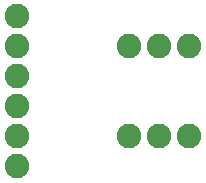
<source format=gbs>
G04*
G04 #@! TF.GenerationSoftware,Altium Limited,CircuitStudio,1.5.2 (30)*
G04*
G04 Layer_Color=8150272*
%FSLAX25Y25*%
%MOIN*%
G70*
G01*
G75*
%ADD18C,0.08200*%
D18*
X401575Y450197D02*
D03*
Y440197D02*
D03*
Y430197D02*
D03*
Y420197D02*
D03*
Y410197D02*
D03*
Y400197D02*
D03*
X438819Y440197D02*
D03*
X448819D02*
D03*
X458819D02*
D03*
Y410197D02*
D03*
X448819D02*
D03*
X438819D02*
D03*
M02*

</source>
